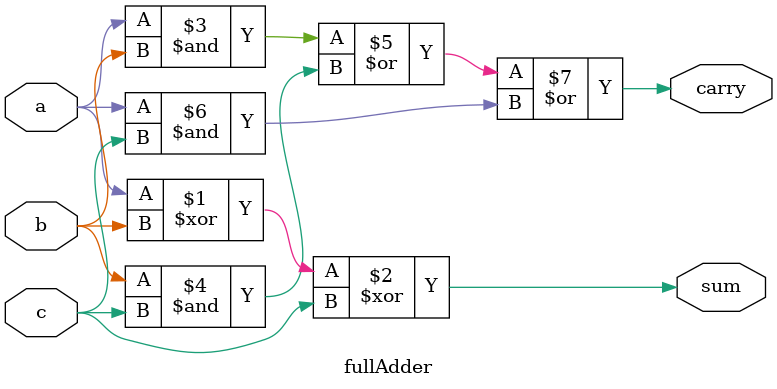
<source format=v>
module fullAdder(a, b, c, sum, carry);
	input a, b, c;
	output sum, carry;
	wire sum, carry;

	assign sum = a ^ b ^ c; // sum bit
	assign carry = ((a & b) | (b & c) | (a & c)); // carry bit

endmodule 
</source>
